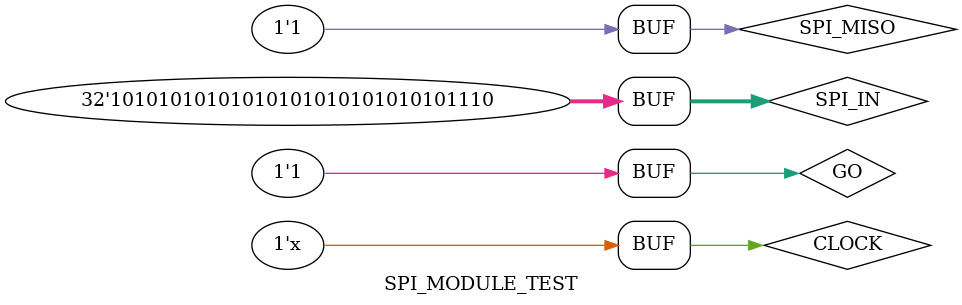
<source format=v>
`timescale 1ns / 1ps


module SPI_MODULE_TEST;

	// Inputs
	reg CLOCK;
	reg SPI_MISO;
	reg [31:0] SPI_IN;
	reg GO;

	// Outputs
	wire SPI_MOSI;
	wire SPI_CS;
	wire SPI_SCLK;
	wire [31:0] SPI_OUT;
	wire DONE;

	// Instantiate the Unit Under Test (UUT)
	SPI_MODULE uut (
		.CLOCK(CLOCK), 
		.SPI_MISO(SPI_MISO), 
		.SPI_MOSI(SPI_MOSI), 
		.SPI_CS(SPI_CS), 
		.SPI_SCLK(SPI_SCLK), 
		.SPI_IN(SPI_IN), 
		.SPI_OUT(SPI_OUT), 
		.GO(GO), 
		.DONE(DONE)
	);

	always begin
		CLOCK = ~CLOCK;
		#1;
	end
	
	initial begin
		// Initialize Inputs
		CLOCK = 0;
		SPI_MISO = 1;
		SPI_IN = 0;
		GO = 0;

		// Wait 100 ns for global reset to finish
		#10;
      SPI_IN = 'hAAAAAAAE;  
		#1;
		GO = 1;
		// Add stimulus here

	end
      
endmodule


</source>
